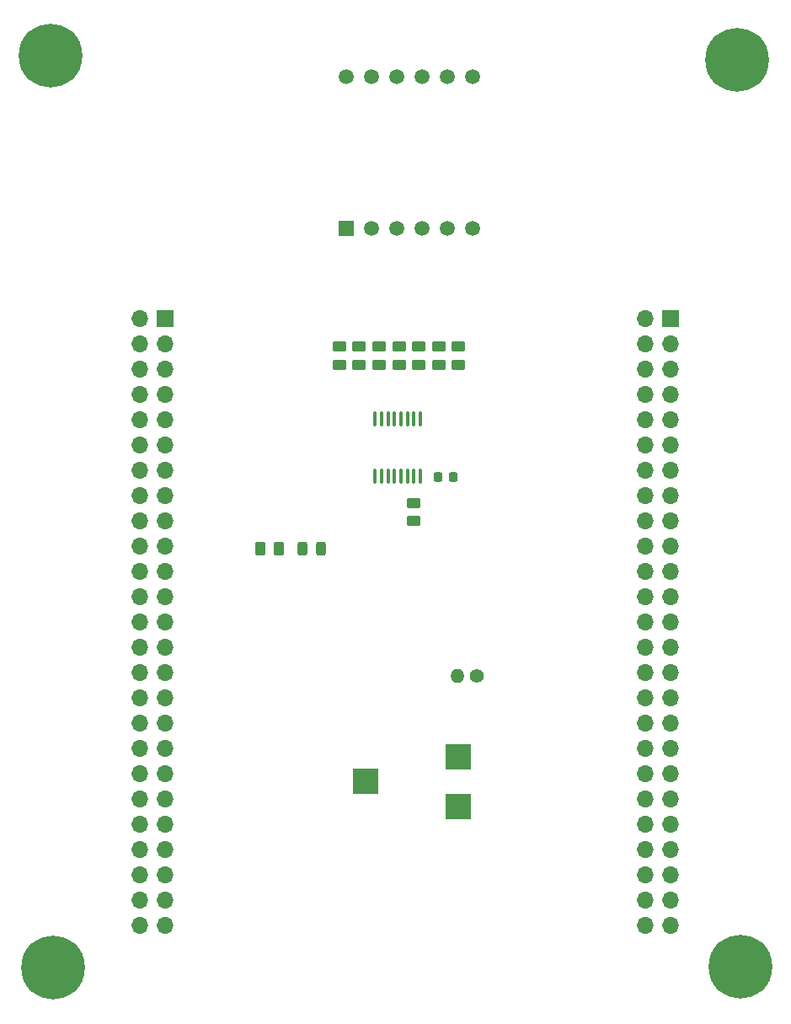
<source format=gbr>
%TF.GenerationSoftware,KiCad,Pcbnew,(7.0.0)*%
%TF.CreationDate,2023-06-01T01:21:08-06:00*%
%TF.ProjectId,FinalProject,46696e61-6c50-4726-9f6a-6563742e6b69,rev?*%
%TF.SameCoordinates,Original*%
%TF.FileFunction,Soldermask,Top*%
%TF.FilePolarity,Negative*%
%FSLAX46Y46*%
G04 Gerber Fmt 4.6, Leading zero omitted, Abs format (unit mm)*
G04 Created by KiCad (PCBNEW (7.0.0)) date 2023-06-01 01:21:08*
%MOMM*%
%LPD*%
G01*
G04 APERTURE LIST*
G04 Aperture macros list*
%AMRoundRect*
0 Rectangle with rounded corners*
0 $1 Rounding radius*
0 $2 $3 $4 $5 $6 $7 $8 $9 X,Y pos of 4 corners*
0 Add a 4 corners polygon primitive as box body*
4,1,4,$2,$3,$4,$5,$6,$7,$8,$9,$2,$3,0*
0 Add four circle primitives for the rounded corners*
1,1,$1+$1,$2,$3*
1,1,$1+$1,$4,$5*
1,1,$1+$1,$6,$7*
1,1,$1+$1,$8,$9*
0 Add four rect primitives between the rounded corners*
20,1,$1+$1,$2,$3,$4,$5,0*
20,1,$1+$1,$4,$5,$6,$7,0*
20,1,$1+$1,$6,$7,$8,$9,0*
20,1,$1+$1,$8,$9,$2,$3,0*%
G04 Aperture macros list end*
%ADD10O,1.400000X1.400000*%
%ADD11C,1.400000*%
%ADD12R,1.700000X1.700000*%
%ADD13O,1.700000X1.700000*%
%ADD14RoundRect,0.250000X0.450000X-0.262500X0.450000X0.262500X-0.450000X0.262500X-0.450000X-0.262500X0*%
%ADD15RoundRect,0.250000X-0.450000X0.262500X-0.450000X-0.262500X0.450000X-0.262500X0.450000X0.262500X0*%
%ADD16C,6.400000*%
%ADD17RoundRect,0.225000X-0.225000X-0.250000X0.225000X-0.250000X0.225000X0.250000X-0.225000X0.250000X0*%
%ADD18RoundRect,0.100000X-0.100000X0.637500X-0.100000X-0.637500X0.100000X-0.637500X0.100000X0.637500X0*%
%ADD19RoundRect,0.250000X0.262500X0.450000X-0.262500X0.450000X-0.262500X-0.450000X0.262500X-0.450000X0*%
%ADD20RoundRect,0.243750X0.243750X0.456250X-0.243750X0.456250X-0.243750X-0.456250X0.243750X-0.456250X0*%
%ADD21R,1.500000X1.500000*%
%ADD22C,1.500000*%
%ADD23R,2.500000X2.500000*%
G04 APERTURE END LIST*
D10*
%TO.C,R9*%
X153104999Y-87399999D03*
D11*
X155005000Y-87400000D03*
%TD*%
D12*
%TO.C,J2*%
X174467499Y-51499999D03*
D13*
X171927499Y-51499999D03*
X174467499Y-54039999D03*
X171927499Y-54039999D03*
X174467499Y-56579999D03*
X171927499Y-56579999D03*
X174467499Y-59119999D03*
X171927499Y-59119999D03*
X174467499Y-61659999D03*
X171927499Y-61659999D03*
X174467499Y-64199999D03*
X171927499Y-64199999D03*
X174467499Y-66739999D03*
X171927499Y-66739999D03*
X174467499Y-69279999D03*
X171927499Y-69279999D03*
X174467499Y-71819999D03*
X171927499Y-71819999D03*
X174467499Y-74359999D03*
X171927499Y-74359999D03*
X174467499Y-76899999D03*
X171927499Y-76899999D03*
X174467499Y-79439999D03*
X171927499Y-79439999D03*
X174467499Y-81979999D03*
X171927499Y-81979999D03*
X174467499Y-84519999D03*
X171927499Y-84519999D03*
X174467499Y-87059999D03*
X171927499Y-87059999D03*
X174467499Y-89599999D03*
X171927499Y-89599999D03*
X174467499Y-92139999D03*
X171927499Y-92139999D03*
X174467499Y-94679999D03*
X171927499Y-94679999D03*
X174467499Y-97219999D03*
X171927499Y-97219999D03*
X174467499Y-99759999D03*
X171927499Y-99759999D03*
X174467499Y-102299999D03*
X171927499Y-102299999D03*
X174467499Y-104839999D03*
X171927499Y-104839999D03*
X174467499Y-107379999D03*
X171927499Y-107379999D03*
X174467499Y-109919999D03*
X171927499Y-109919999D03*
X174467499Y-112459999D03*
X171927499Y-112459999D03*
%TD*%
D14*
%TO.C,R7*%
X143200000Y-56112500D03*
X143200000Y-54287500D03*
%TD*%
D15*
%TO.C,R1*%
X148700000Y-69987500D03*
X148700000Y-71812500D03*
%TD*%
D14*
%TO.C,R5*%
X147200000Y-56112500D03*
X147200000Y-54287500D03*
%TD*%
%TO.C,R2*%
X153200000Y-56112500D03*
X153200000Y-54287500D03*
%TD*%
D16*
%TO.C,H3*%
X181200000Y-25500000D03*
%TD*%
D14*
%TO.C,R3*%
X151200000Y-56112500D03*
X151200000Y-54287500D03*
%TD*%
D17*
%TO.C,C1*%
X151125000Y-67400000D03*
X152675000Y-67400000D03*
%TD*%
D18*
%TO.C,U2*%
X149350000Y-61575000D03*
X148700000Y-61575000D03*
X148050000Y-61575000D03*
X147400000Y-61575000D03*
X146750000Y-61575000D03*
X146100000Y-61575000D03*
X145450000Y-61575000D03*
X144800000Y-61575000D03*
X144800000Y-67300000D03*
X145450000Y-67300000D03*
X146100000Y-67300000D03*
X146750000Y-67300000D03*
X147400000Y-67300000D03*
X148050000Y-67300000D03*
X148700000Y-67300000D03*
X149350000Y-67300000D03*
%TD*%
D16*
%TO.C,H4*%
X181500000Y-116600000D03*
%TD*%
D14*
%TO.C,R8*%
X141200000Y-56112500D03*
X141200000Y-54287500D03*
%TD*%
D16*
%TO.C,H2*%
X112200000Y-25100000D03*
%TD*%
D19*
%TO.C,R10*%
X135112500Y-74600000D03*
X133287500Y-74600000D03*
%TD*%
D14*
%TO.C,R4*%
X149200000Y-56112500D03*
X149200000Y-54287500D03*
%TD*%
D20*
%TO.C,D1*%
X139337500Y-74600000D03*
X137462500Y-74600000D03*
%TD*%
D21*
%TO.C,U1*%
X141899999Y-42399999D03*
D22*
X144440000Y-42400000D03*
X146980000Y-42400000D03*
X149520000Y-42400000D03*
X152060000Y-42400000D03*
X154600000Y-42400000D03*
X154600000Y-27160000D03*
X152060000Y-27160000D03*
X149520000Y-27160000D03*
X146980000Y-27160000D03*
X144440000Y-27160000D03*
X141900000Y-27160000D03*
%TD*%
D23*
%TO.C,RV1*%
X153124999Y-95499999D03*
X143874999Y-97999999D03*
X153124999Y-100499999D03*
%TD*%
D12*
%TO.C,J1*%
X123677499Y-51499999D03*
D13*
X121137499Y-51499999D03*
X123677499Y-54039999D03*
X121137499Y-54039999D03*
X123677499Y-56579999D03*
X121137499Y-56579999D03*
X123677499Y-59119999D03*
X121137499Y-59119999D03*
X123677499Y-61659999D03*
X121137499Y-61659999D03*
X123677499Y-64199999D03*
X121137499Y-64199999D03*
X123677499Y-66739999D03*
X121137499Y-66739999D03*
X123677499Y-69279999D03*
X121137499Y-69279999D03*
X123677499Y-71819999D03*
X121137499Y-71819999D03*
X123677499Y-74359999D03*
X121137499Y-74359999D03*
X123677499Y-76899999D03*
X121137499Y-76899999D03*
X123677499Y-79439999D03*
X121137499Y-79439999D03*
X123677499Y-81979999D03*
X121137499Y-81979999D03*
X123677499Y-84519999D03*
X121137499Y-84519999D03*
X123677499Y-87059999D03*
X121137499Y-87059999D03*
X123677499Y-89599999D03*
X121137499Y-89599999D03*
X123677499Y-92139999D03*
X121137499Y-92139999D03*
X123677499Y-94679999D03*
X121137499Y-94679999D03*
X123677499Y-97219999D03*
X121137499Y-97219999D03*
X123677499Y-99759999D03*
X121137499Y-99759999D03*
X123677499Y-102299999D03*
X121137499Y-102299999D03*
X123677499Y-104839999D03*
X121137499Y-104839999D03*
X123677499Y-107379999D03*
X121137499Y-107379999D03*
X123677499Y-109919999D03*
X121137499Y-109919999D03*
X123677499Y-112459999D03*
X121137499Y-112459999D03*
%TD*%
D14*
%TO.C,R6*%
X145200000Y-56112500D03*
X145200000Y-54287500D03*
%TD*%
D16*
%TO.C,H1*%
X112400000Y-116700000D03*
%TD*%
M02*

</source>
